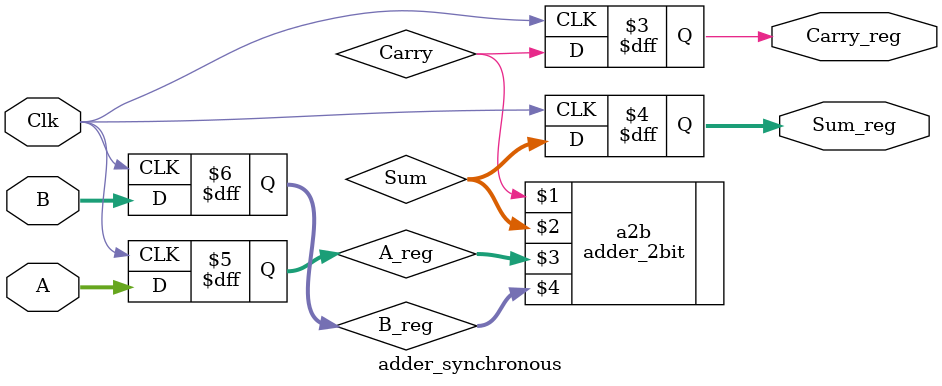
<source format=v>
`timescale 1ns / 1ps
`default_nettype none

/* This module is a synchronous adder using n-bit registers (flip-flops) */
module adder_synchronous(Carry_reg, Sum_reg, Clk, A, B);
    /* Output ports are registers, since they need to hold state */
    output reg Carry_reg;
    output reg [1:0] Sum_reg;
    
    /* Inputs are still wires */
    input wire Clk;
    input wire [1:0] A, B;
    
    /* intermediate nests */
    reg [1:0] A_reg, B_reg; // connect to 2-bit registers
    wire Carry; // need this to connect to the registers later
    wire [1:0] Sum;
    
    /* 2-bit adder is instantiated */
    adder_2bit a2b(Carry, Sum, A_reg, B_reg);
    
    /* this block describes two 2-bit registers */
    
    /* inputs */
    always@ (posedge Clk) // trigger on pos edge
        begin
            A_reg <= A; // non-block assignments, concurrent
            B_reg <= B;
        end
    
    /* outputs */
    always@ (posedge Clk)
        begin
            Carry_reg <= Carry; // wires can drive registers
            Sum_reg <= Sum; // same statement, different bit-width
        end
endmodule

</source>
